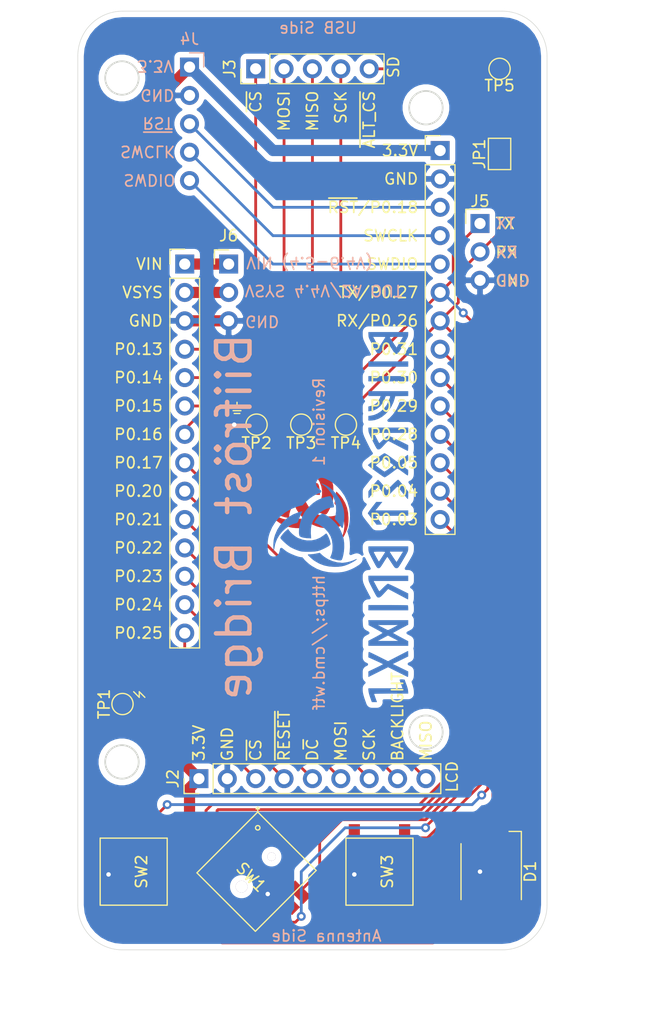
<source format=kicad_pcb>
(kicad_pcb (version 20171130) (host pcbnew "(5.1.6)-1")
  (title_block (title "Biifröst Bridge") (date 2020-08-19) (rev 1) (company cmd.wtf))
  (layers (0 F.Cu signal) (31 B.Cu signal) (34 B.Paste user) (35 F.Paste user) (36 B.SilkS user) (37 F.SilkS user) (38 B.Mask user) (39 F.Mask user) (44 Edge.Cuts user))
  (net 0 "")
  (net 1 "Net-(D1-Pad6)")
  (net 2 "Net-(D1-Pad5)")
  (net 3 +3V3)
  (net 4 GND)
  (net 5 /RX)
  (net 6 /TX)
  (net 7 /SD_SCK)
  (net 8 /LCD_BACKLIGHT)
  (net 9 /SD_MOSI)
  (net 10 /LCD_MOSI)
  (net 11 /LCD_MISO)
  (net 12 /SD_MISO)
  (net 13 /LCD_SCK)
  (net 14 /INPUT_DOWN)
  (net 15 "Net-(J1-Pad17)")
  (net 16 "Net-(J1-Pad19)")
  (net 17 "Net-(J1-Pad18)")
  (net 18 "Net-(J1-Pad22)")
  (net 19 /INPUT_SELECT)
  (net 20 /INPUT_RIGHT)
  (net 21 "Net-(J1-Pad23)")
  (net 22 /INPUT_UP)
  (net 23 /INPUT_LEFT)
  (net 24 /LCD_D~C~)
  (net 25 /~LCD_CS~)
  (net 26 /~LCD_RST~)
  (net 27 /~SD_CS~)
  (net 28 /~ALT_CS~)
  (net 29 /VIN)
  (net 30 /VSYS)
  (module Connector_PinHeader_2.54mm:PinHeader_1x03_P2.54mm_Horizontal (layer F.Cu) (at 13.5 22.63)
    (fp_text reference J6 (at 0 -2.54 180) (layer F.SilkS))
    (fp_text value "OPT PWR *DNP*")
    (pad 3 thru_hole oval (at 0 5.08) (size 1.7 1.7) (drill 1) (layers *.Cu *.Mask) (net 4 GND))
    (pad 2 thru_hole oval (at 0 2.54) (size 1.7 1.7) (drill 1) (layers *.Cu *.Mask) (net 30 /VSYS))
    (pad 1 thru_hole rect (at 0 0) (size 1.7 1.7) (drill 1) (layers *.Cu *.Mask) (net 29 /VIN))
  )
  (module Connector_PinHeader_2.54mm:PinHeader_1x03_P2.54mm_Horizontal (layer F.Cu) (at 36 19)
    (fp_text reference J5 (at 0 -2 180) (layer F.SilkS))
    (fp_text value "DEBUG UART *DNP*")
    (pad 3 thru_hole oval (at 0 5.08) (size 1.7 1.7) (drill 1) (layers *.Cu *.Mask) (net 4 GND))
    (pad 2 thru_hole oval (at 0 2.54) (size 1.7 1.7) (drill 1) (layers *.Cu *.Mask) (net 5 /RX))
    (pad 1 thru_hole rect (at 0 0) (size 1.7 1.7) (drill 1) (layers *.Cu *.Mask) (net 6 /TX))
  )
  (module Connector_PinHeader_2.54mm:PinHeader_1x05_P2.54mm_Horizontal (layer B.Cu) (at 10 5 180)
    (fp_text reference J4 (at 0 2.5) (layer B.SilkS) (effects (justify mirror)))
    (fp_text value CMSIS-DAP)
    (pad 5 thru_hole oval (at 0 -10.16 180) (size 1.7 1.7) (drill 1) (layers *.Cu *.Mask) (net 16 "Net-(J1-Pad19)"))
    (pad 4 thru_hole oval (at 0 -7.62 180) (size 1.7 1.7) (drill 1) (layers *.Cu *.Mask) (net 17 "Net-(J1-Pad18)"))
    (pad 3 thru_hole oval (at 0 -5.08 180) (size 1.7 1.7) (drill 1) (layers *.Cu *.Mask) (net 15 "Net-(J1-Pad17)"))
    (pad 2 thru_hole oval (at 0 -2.54 180) (size 1.7 1.7) (drill 1) (layers *.Cu *.Mask) (net 4 GND))
    (pad 1 thru_hole rect (at 0 0 180) (size 1.7 1.7) (drill 1) (layers *.Cu *.Mask) (net 3 +3V3))
  )
  (module Biifröst:Horn_of_Odin (layer F.Cu) (at 21 44)
    (fp_text reference Ref** hide)
    (fp_text value Val** hide)
    (fp_poly (pts (xy 1.43138 -4.080528) (xy 1.623659 -4.07529) (xy 1.745219 -4.069247) (xy 1.793811 -4.059932) (xy 1.767187 -4.044879) (xy 1.663098 -4.021623) (xy 1.479296 -3.987698) (xy 1.321167 -3.959667) (xy 1.163249 -3.919424) (xy 0.966147 -3.851763) (xy 0.765315 -3.769236) (xy 0.707333 -3.742352) (xy 0.382032 -3.550184) (xy 0.076911 -3.30127) (xy -0.195244 -3.010941) (xy -0.421643 -2.694527) (xy -0.589498 -2.36736) (xy -0.679163 -2.080171) (xy -0.702419 -1.991533) (xy -0.740256 -1.933174) (xy -0.812975 -1.88821) (xy -0.940875 -1.839758) (xy -0.987161 -1.824003) (xy -1.172734 -1.755206) (xy -1.365271 -1.674391) (xy -1.48201 -1.619389) (xy -1.623623 -1.549432) (xy -1.705424 -1.51505) (xy -1.741821 -1.511079) (xy -1.748 -1.524041) (xy -1.736513 -1.569757) (xy -1.706254 -1.674555) (xy -1.663531 -1.816648) (xy -1.659157 -1.830957) (xy -1.469776 -2.310617) (xy -1.211622 -2.747511) (xy -0.89152 -3.135098) (xy -0.516296 -3.466834) (xy -0.092776 -3.736178) (xy 0.372216 -3.936587) (xy 0.611113 -4.00713) (xy 0.812027 -4.050478) (xy 1.010415 -4.074779) (xy 1.238337 -4.082901) (xy 1.43138 -4.080528)) (layer F.Cu) (width 0.01))
    (fp_poly (pts (xy 0.694079 -3.423494) (xy 0.79382 -3.339254) (xy 0.919708 -3.215861) (xy 1.058925 -3.067232) (xy 1.198651 -2.90728) (xy 1.326067 -2.749921) (xy 1.428354 -2.609071) (xy 1.463629 -2.553333) (xy 1.545813 -2.397312) (xy 1.636989 -2.197713) (xy 1.720467 -1.991636) (xy 1.738796 -1.941725) (xy 1.790454 -1.792903) (xy 1.826603 -1.669741) (xy 1.849976 -1.551396) (xy 1.863307 -1.417025) (xy 1.86933 -1.245785) (xy 1.870779 -1.016832) (xy 1.870733 -0.935833) (xy 1.865861 -0.618295) (xy 1.848838 -0.362093) (xy 1.814764 -0.144205) (xy 1.758739 0.058387) (xy 1.675863 0.268704) (xy 1.564368 0.5035) (xy 1.443595 0.734436) (xy 1.346563 0.893687) (xy 1.267642 0.988978) (xy 1.201202 1.028031) (xy 1.180701 1.029881) (xy 1.101357 1.017709) (xy 0.974215 0.989455) (xy 0.881096 0.965674) (xy 0.737676 0.918855) (xy 0.582593 0.855468) (xy 0.436192 0.785591) (xy 0.318815 0.7193) (xy 0.250806 0.666671) (xy 0.241667 0.648944) (xy 0.266784 0.601509) (xy 0.331525 0.512541) (xy 0.393179 0.435995) (xy 0.622149 0.098225) (xy 0.77822 -0.27298) (xy 0.860339 -0.666258) (xy 0.867453 -1.070245) (xy 0.798507 -1.473581) (xy 0.652448 -1.864902) (xy 0.613635 -1.941203) (xy 0.469486 -2.16646) (xy 0.283391 -2.393358) (xy 0.0827 -2.590565) (xy -0.031808 -2.680534) (xy -0.157115 -2.76808) (xy -0.000359 -2.959379) (xy 0.11651 -3.086028) (xy 0.255681 -3.213465) (xy 0.398265 -3.32693) (xy 0.525374 -3.411657) (xy 0.618122 -3.452885) (xy 0.633305 -3.454667) (xy 0.694079 -3.423494)) (layer F.Cu) (width 0.01))
    (fp_poly (pts (xy 0.262777 -1.784339) (xy 0.39576 -1.763611) (xy 0.472824 -1.730997) (xy 0.522372 -1.666974) (xy 0.561784 -1.578815) (xy 0.599973 -1.448696) (xy 0.632753 -1.270031) (xy 0.653667 -1.078936) (xy 0.65506 -1.0571) (xy 0.675108 -0.712701) (xy 0.213234 -0.734593) (xy -0.204001 -0.728694) (xy -0.569747 -0.664969) (xy -0.898959 -0.538069) (xy -1.206588 -0.342647) (xy -1.435075 -0.145081) (xy -1.64972 0.098079) (xy -1.832386 0.377205) (xy -1.972826 0.671325) (xy -2.060794 0.959466) (xy -2.086667 1.188517) (xy -2.094845 1.284554) (xy -2.133653 1.321711) (xy -2.203083 1.325984) (xy -2.30675 1.312529) (xy -2.454202 1.28086) (xy -2.5735 1.249133) (xy -2.737103 1.196012) (xy -2.890269 1.137157) (xy -2.969393 1.100667) (xy -3.056282 1.049022) (xy -3.09271 0.995384) (xy -3.092716 0.907394) (xy -3.083159 0.838473) (xy -3.023482 0.574428) (xy -2.923613 0.276997) (xy -2.795958 -0.02086) (xy -2.671116 -0.256104) (xy -2.493437 -0.511417) (xy -2.265115 -0.77524) (xy -2.010374 -1.022992) (xy -1.753438 -1.23009) (xy -1.632029 -1.310523) (xy -1.307617 -1.47851) (xy -0.947002 -1.616578) (xy -0.572733 -1.719089) (xy -0.207362 -1.780402) (xy 0.126561 -1.794881) (xy 0.262777 -1.784339)) (layer F.Cu) (width 0.01))
    (fp_poly (pts (xy -0.692223 -0.372981) (xy -0.689667 -0.352556) (xy -0.665932 -0.253815) (xy -0.602434 -0.107978) (xy -0.510727 0.064715) (xy -0.402371 0.24402) (xy -0.288921 0.409697) (xy -0.181935 0.541503) (xy -0.174937 0.548991) (xy 0.137519 0.830037) (xy 0.472499 1.032344) (xy 0.839247 1.159834) (xy 1.247007 1.216434) (xy 1.405833 1.220211) (xy 1.666306 1.211361) (xy 1.883915 1.18141) (xy 2.095556 1.122466) (xy 2.338121 1.026637) (xy 2.364519 1.015151) (xy 2.407547 1.013141) (xy 2.447053 1.058239) (xy 2.492261 1.164286) (xy 2.522392 1.252075) (xy 2.575569 1.439371) (xy 2.619355 1.639222) (xy 2.637941 1.758581) (xy 2.648787 1.877413) (xy 2.641146 1.962059) (xy 2.602609 2.022883) (xy 2.520763 2.07025) (xy 2.383199 2.114524) (xy 2.177505 2.166072) (xy 2.138948 2.175327) (xy 1.80588 2.231761) (xy 1.437672 2.255274) (xy 1.070975 2.245302) (xy 0.742438 2.20128) (xy 0.722798 2.197123) (xy 0.341033 2.085963) (xy -0.04838 1.92188) (xy -0.296548 1.788512) (xy -0.542244 1.615429) (xy -0.793742 1.390371) (xy -1.034221 1.132601) (xy -1.24686 0.861386) (xy -1.414837 0.595991) (xy -1.503901 0.405767) (xy -1.528941 0.319059) (xy -1.518258 0.248845) (xy -1.462962 0.16255) (xy -1.424154 0.113499) (xy -1.3419 0.028775) (xy -1.221332 -0.075528) (xy -1.081602 -0.185182) (xy -0.94186 -0.285959) (xy -0.821258 -0.36363) (xy -0.738947 -0.403967) (xy -0.724024 -0.406666) (xy -0.692223 -0.372981)) (layer F.Cu) (width 0.01))
    (fp_poly (pts (xy -4.20117 0.257614) (xy -4.136852 0.333755) (xy -4.081893 0.410753) (xy -3.906984 0.625161) (xy -3.680217 0.846196) (xy -3.428904 1.050475) (xy -3.180358 1.214618) (xy -3.082209 1.266522) (xy -2.655313 1.430394) (xy -2.215058 1.5214) (xy -1.776443 1.537761) (xy -1.354466 1.477698) (xy -1.337341 1.47348) (xy -1.06944 1.406293) (xy -0.833153 1.622245) (xy -0.685508 1.748397) (xy -0.530259 1.86731) (xy -0.407632 1.949097) (xy -0.307843 2.016789) (xy -0.254404 2.07177) (xy -0.252948 2.093377) (xy -0.326214 2.12812) (xy -0.464039 2.163978) (xy -0.646417 2.197862) (xy -0.853346 2.226684) (xy -1.06482 2.247353) (xy -1.260836 2.256781) (xy -1.312299 2.256968) (xy -1.523037 2.248375) (xy -1.73965 2.228739) (xy -1.920382 2.202014) (xy -1.944202 2.197123) (xy -2.42583 2.053979) (xy -2.867367 1.840805) (xy -3.277486 1.552786) (xy -3.54771 1.30687) (xy -3.761696 1.077365) (xy -3.926239 0.860987) (xy -4.064434 0.627202) (xy -4.070435 0.615722) (xy -4.160941 0.43357) (xy -4.213025 0.31091) (xy -4.226498 0.251128) (xy -4.20117 0.257614)) (layer F.Cu) (width 0.01))
    (fp_poly (pts (xy 2.188939 -0.968638) (xy 2.277289 -0.887379) (xy 2.387789 -0.771793) (xy 2.505507 -0.638118) (xy 2.615509 -0.502591) (xy 2.694913 -0.393435) (xy 2.931983 0.018527) (xy 3.095962 0.445124) (xy 3.191356 0.901604) (xy 3.222644 1.3925) (xy 3.213111 1.74173) (xy 3.177286 2.03972) (xy 3.108682 2.31755) (xy 3.00081 2.606298) (xy 2.941242 2.740459) (xy 2.869073 2.885438) (xy 2.785828 3.034937) (xy 2.700965 3.174408) (xy 2.623943 3.289303) (xy 2.564221 3.365073) (xy 2.531258 3.38717) (xy 2.527667 3.376564) (xy 2.544283 3.314868) (xy 2.587384 3.203431) (xy 2.63496 3.094539) (xy 2.736579 2.820454) (xy 2.814343 2.508824) (xy 2.85879 2.202202) (xy 2.865598 2.057465) (xy 2.828897 1.642916) (xy 2.721721 1.225396) (xy 2.552458 0.826981) (xy 2.329495 0.469746) (xy 2.204853 0.318268) (xy 1.973224 0.062309) (xy 2.038779 -0.255061) (xy 2.07203 -0.445738) (xy 2.09562 -0.637699) (xy 2.104333 -0.785882) (xy 2.110285 -0.907228) (xy 2.125515 -0.984554) (xy 2.137675 -0.999333) (xy 2.188939 -0.968638)) (layer F.Cu) (width 0.01))
  )
  (module Biifröst:Logo (layer B.Cu) (at 21.59 46.5 270)
    (fp_text reference Ref** hide)
    (fp_text value Val** hide)
    (fp_poly (pts (xy 2.188939 0.968638) (xy 2.277289 0.887379) (xy 2.387789 0.771793) (xy 2.505507 0.638118) (xy 2.615509 0.502591) (xy 2.694913 0.393435) (xy 2.931983 -0.018527) (xy 3.095962 -0.445124) (xy 3.191356 -0.901604) (xy 3.222644 -1.3925) (xy 3.213111 -1.74173) (xy 3.177286 -2.03972) (xy 3.108682 -2.31755) (xy 3.00081 -2.606298) (xy 2.941242 -2.740459) (xy 2.869073 -2.885438) (xy 2.785828 -3.034937) (xy 2.700965 -3.174408) (xy 2.623943 -3.289303) (xy 2.564221 -3.365073) (xy 2.531258 -3.38717) (xy 2.527667 -3.376564) (xy 2.544283 -3.314868) (xy 2.587384 -3.203431) (xy 2.63496 -3.094539) (xy 2.736579 -2.820454) (xy 2.814343 -2.508824) (xy 2.85879 -2.202202) (xy 2.865598 -2.057465) (xy 2.828897 -1.642916) (xy 2.721721 -1.225396) (xy 2.552458 -0.826981) (xy 2.329495 -0.469746) (xy 2.204853 -0.318268) (xy 1.973224 -0.062309) (xy 2.038779 0.255061) (xy 2.07203 0.445738) (xy 2.09562 0.637699) (xy 2.104333 0.785882) (xy 2.110285 0.907228) (xy 2.125515 0.984554) (xy 2.137675 0.999333) (xy 2.188939 0.968638)) (layer B.Cu) (width 0.01))
    (fp_poly (pts (xy -4.20117 -0.257614) (xy -4.136852 -0.333755) (xy -4.081893 -0.410753) (xy -3.906984 -0.625161) (xy -3.680217 -0.846196) (xy -3.428904 -1.050475) (xy -3.180358 -1.214618) (xy -3.082209 -1.266522) (xy -2.655313 -1.430394) (xy -2.215058 -1.5214) (xy -1.776443 -1.537761) (xy -1.354466 -1.477698) (xy -1.337341 -1.47348) (xy -1.06944 -1.406293) (xy -0.833153 -1.622245) (xy -0.685508 -1.748397) (xy -0.530259 -1.86731) (xy -0.407632 -1.949097) (xy -0.307843 -2.016789) (xy -0.254404 -2.07177) (xy -0.252948 -2.093377) (xy -0.326214 -2.12812) (xy -0.464039 -2.163978) (xy -0.646417 -2.197862) (xy -0.853346 -2.226684) (xy -1.06482 -2.247353) (xy -1.260836 -2.256781) (xy -1.312299 -2.256968) (xy -1.523037 -2.248375) (xy -1.73965 -2.228739) (xy -1.920382 -2.202014) (xy -1.944202 -2.197123) (xy -2.42583 -2.053979) (xy -2.867367 -1.840805) (xy -3.277486 -1.552786) (xy -3.54771 -1.30687) (xy -3.761696 -1.077365) (xy -3.926239 -0.860987) (xy -4.064434 -0.627202) (xy -4.070435 -0.615722) (xy -4.160941 -0.43357) (xy -4.213025 -0.31091) (xy -4.226498 -0.251128) (xy -4.20117 -0.257614)) (layer B.Cu) (width 0.01))
    (fp_poly (pts (xy -0.692223 0.372981) (xy -0.689667 0.352556) (xy -0.665932 0.253815) (xy -0.602434 0.107978) (xy -0.510727 -0.064715) (xy -0.402371 -0.24402) (xy -0.288921 -0.409697) (xy -0.181935 -0.541503) (xy -0.174937 -0.548991) (xy 0.137519 -0.830037) (xy 0.472499 -1.032344) (xy 0.839247 -1.159834) (xy 1.247007 -1.216434) (xy 1.405833 -1.220211) (xy 1.666306 -1.211361) (xy 1.883915 -1.18141) (xy 2.095556 -1.122466) (xy 2.338121 -1.026637) (xy 2.364519 -1.015151) (xy 2.407547 -1.013141) (xy 2.447053 -1.058239) (xy 2.492261 -1.164286) (xy 2.522392 -1.252075) (xy 2.575569 -1.439371) (xy 2.619355 -1.639222) (xy 2.637941 -1.758581) (xy 2.648787 -1.877413) (xy 2.641146 -1.962059) (xy 2.602609 -2.022883) (xy 2.520763 -2.07025) (xy 2.383199 -2.114524) (xy 2.177505 -2.166072) (xy 2.138948 -2.175327) (xy 1.80588 -2.231761) (xy 1.437672 -2.255274) (xy 1.070975 -2.245302) (xy 0.742438 -2.20128) (xy 0.722798 -2.197123) (xy 0.341033 -2.085963) (xy -0.04838 -1.92188) (xy -0.296548 -1.788512) (xy -0.542244 -1.615429) (xy -0.793742 -1.390371) (xy -1.034221 -1.132601) (xy -1.24686 -0.861386) (xy -1.414837 -0.595991) (xy -1.503901 -0.405767) (xy -1.528941 -0.319059) (xy -1.518258 -0.248845) (xy -1.462962 -0.16255) (xy -1.424154 -0.113499) (xy -1.3419 -0.028775) (xy -1.221332 0.075528) (xy -1.081602 0.185182) (xy -0.94186 0.285959) (xy -0.821258 0.36363) (xy -0.738947 0.403967) (xy -0.724024 0.406666) (xy -0.692223 0.372981)) (layer B.Cu) (width 0.01))
    (fp_poly (pts (xy 0.262777 1.784339) (xy 0.39576 1.763611) (xy 0.472824 1.730997) (xy 0.522372 1.666974) (xy 0.561784 1.578815) (xy 0.599973 1.448696) (xy 0.632753 1.270031) (xy 0.653667 1.078936) (xy 0.65506 1.0571) (xy 0.675108 0.712701) (xy 0.213234 0.734593) (xy -0.204001 0.728694) (xy -0.569747 0.664969) (xy -0.898959 0.538069) (xy -1.206588 0.342647) (xy -1.435075 0.145081) (xy -1.64972 -0.098079) (xy -1.832386 -0.377205) (xy -1.972826 -0.671325) (xy -2.060794 -0.959466) (xy -2.086667 -1.188517) (xy -2.094845 -1.284554) (xy -2.133653 -1.321711) (xy -2.203083 -1.325984) (xy -2.30675 -1.312529) (xy -2.454202 -1.28086) (xy -2.5735 -1.249133) (xy -2.737103 -1.196012) (xy -2.890269 -1.137157) (xy -2.969393 -1.100667) (xy -3.056282 -1.049022) (xy -3.09271 -0.995384) (xy -3.092716 -0.907394) (xy -3.083159 -0.838473) (xy -3.023482 -0.574428) (xy -2.923613 -0.276997) (xy -2.795958 0.02086) (xy -2.671116 0.256104) (xy -2.493437 0.511417) (xy -2.265115 0.77524) (xy -2.010374 1.022992) (xy -1.753438 1.23009) (xy -1.632029 1.310523) (xy -1.307617 1.47851) (xy -0.947002 1.616578) (xy -0.572733 1.719089) (xy -0.207362 1.780402) (xy 0.126561 1.794881) (xy 0.262777 1.784339)) (layer B.Cu) (width 0.01))
    (fp_poly (pts (xy 0.694079 3.423494) (xy 0.79382 3.339254) (xy 0.919708 3.215861) (xy 1.058925 3.067232) (xy 1.198651 2.90728) (xy 1.326067 2.749921) (xy 1.428354 2.609071) (xy 1.463629 2.553333) (xy 1.545813 2.397312) (xy 1.636989 2.197713) (xy 1.720467 1.991636) (xy 1.738796 1.941725) (xy 1.790454 1.792903) (xy 1.826603 1.669741) (xy 1.849976 1.551396) (xy 1.863307 1.417025) (xy 1.86933 1.245785) (xy 1.870779 1.016832) (xy 1.870733 0.935833) (xy 1.865861 0.618295) (xy 1.848838 0.362093) (xy 1.814764 0.144205) (xy 1.758739 -0.058387) (xy 1.675863 -0.268704) (xy 1.564368 -0.5035) (xy 1.443595 -0.734436) (xy 1.346563 -0.893687) (xy 1.267642 -0.988978) (xy 1.201202 -1.028031) (xy 1.180701 -1.029881) (xy 1.101357 -1.017709) (xy 0.974215 -0.989455) (xy 0.881096 -0.965674) (xy 0.737676 -0.918855) (xy 0.582593 -0.855468) (xy 0.436192 -0.785591) (xy 0.318815 -0.7193) (xy 0.250806 -0.666671) (xy 0.241667 -0.648944) (xy 0.266784 -0.601509) (xy 0.331525 -0.512541) (xy 0.393179 -0.435995) (xy 0.622149 -0.098225) (xy 0.77822 0.27298) (xy 0.860339 0.666258) (xy 0.867453 1.070245) (xy 0.798507 1.473581) (xy 0.652448 1.864902) (xy 0.613635 1.941203) (xy 0.469486 2.16646) (xy 0.283391 2.393358) (xy 0.0827 2.590565) (xy -0.031808 2.680534) (xy -0.157115 2.76808) (xy -0.000359 2.959379) (xy 0.11651 3.086028) (xy 0.255681 3.213465) (xy 0.398265 3.32693) (xy 0.525374 3.411657) (xy 0.618122 3.452885) (xy 0.633305 3.454667) (xy 0.694079 3.423494)) (layer B.Cu) (width 0.01))
    (fp_poly (pts (xy 1.43138 4.080528) (xy 1.623659 4.07529) (xy 1.745219 4.069247) (xy 1.793811 4.059932) (xy 1.767187 4.044879) (xy 1.663098 4.021623) (xy 1.479296 3.987698) (xy 1.321167 3.959667) (xy 1.163249 3.919424) (xy 0.966147 3.851763) (xy 0.765315 3.769236) (xy 0.707333 3.742352) (xy 0.382032 3.550184) (xy 0.076911 3.30127) (xy -0.195244 3.010941) (xy -0.421643 2.694527) (xy -0.589498 2.36736) (xy -0.679163 2.080171) (xy -0.702419 1.991533) (xy -0.740256 1.933174) (xy -0.812975 1.88821) (xy -0.940875 1.839758) (xy -0.987161 1.824003) (xy -1.172734 1.755206) (xy -1.365271 1.674391) (xy -1.48201 1.619389) (xy -1.623623 1.549432) (xy -1.705424 1.51505) (xy -1.741821 1.511079) (xy -1.748 1.524041) (xy -1.736513 1.569757) (xy -1.706254 1.674555) (xy -1.663531 1.816648) (xy -1.659157 1.830957) (xy -1.469776 2.310617) (xy -1.211622 2.747511) (xy -0.89152 3.135098) (xy -0.516296 3.466834) (xy -0.092776 3.736178) (xy 0.372216 3.936587) (xy 0.611113 4.00713) (xy 0.812027 4.050478) (xy 1.010415 4.074779) (xy 1.238337 4.082901) (xy 1.43138 4.080528)) (layer B.Cu) (width 0.01))
  )
  (module Biifröst:Wordmark (layer B.Cu) (at 28 45.25 270)
    (fp_text reference Ref** hide)
    (fp_text value Val** hide)
    (fp_poly (pts (xy -16.28825 1.984638) (xy -16.196524 1.981025) (xy -16.110344 1.96816) (xy -16.015935 1.940525) (xy -15.899521 1.8926) (xy -15.747327 1.818868) (xy -15.545576 1.71381) (xy -15.346333 1.607313) (xy -15.102003 1.475509) (xy -14.922257 1.376028) (xy -14.796935 1.301426) (xy -14.715873 1.244258) (xy -14.668912 1.19708) (xy -14.645888 1.152448) (xy -14.636641 1.102918) (xy -14.635057 1.086251) (xy -14.632389 1.026437) (xy -14.643675 0.976915) (xy -14.679857 0.927283) (xy -14.751875 0.867135) (xy -14.870671 0.786067) (xy -15.047186 0.673675) (xy -15.111307 0.633377) (xy -15.289779 0.518937) (xy -15.439077 0.418708) (xy -15.546067 0.341851) (xy -15.597621 0.297526) (xy -15.600333 0.292239) (xy -15.566604 0.258402) (xy -15.473919 0.188601) (xy -15.33503 0.091884) (xy -15.16269 -0.022699) (xy -15.092333 -0.068239) (xy -14.891735 -0.198384) (xy -14.752101 -0.293748) (xy -14.662489 -0.364243) (xy -14.611954 -0.41978) (xy -14.589552 -0.470272) (xy -14.584339 -0.525631) (xy -14.584333 -0.52835) (xy -14.58744 -0.574688) (xy -14.602888 -0.617185) (xy -14.63987 -0.662888) (xy -14.707576 -0.718843) (xy -14.815199 -0.792096) (xy -14.971931 -0.889694) (xy -15.186963 -1.018683) (xy -15.350489 -1.115673) (xy -15.610738 -1.268827) (xy -15.810599 -1.383333) (xy -15.961917 -1.464711) (xy -16.076537 -1.518479) (xy -16.166306 -1.550158) (xy -16.243067 -1.565265) (xy -16.318667 -1.569321) (xy -16.324155 -1.569334) (xy -16.531667 -1.569334) (xy -16.531667 -0.51249) (xy -16.108333 -0.51249) (xy -16.108333 -1.106646) (xy -16.015423 -1.056921) (xy -15.940934 -1.014601) (xy -15.814187 -0.940148) (xy -15.655261 -0.845424) (xy -15.539173 -0.775557) (xy -15.380705 -0.679481) (xy -15.251736 -0.600687) (xy -15.167833 -0.548722) (xy -15.143762 -0.533027) (xy -15.171921 -0.507646) (xy -15.255955 -0.44747) (xy -15.380094 -0.36282) (xy -15.52857 -0.264016) (xy -15.685613 -0.161379) (xy -15.835452 -0.06523) (xy -15.962317 0.014111) (xy -16.05044 0.066323) (xy -16.083014 0.081666) (xy -16.092103 0.041856) (xy -16.099746 -0.067489) (xy -16.105298 -0.231243) (xy -16.108113 -0.434278) (xy -16.108333 -0.51249) (xy -16.531667 -0.51249) (xy -16.531667 1.015965) (xy -16.108333 1.015965) (xy -16.106992 0.810649) (xy -16.103321 0.639823) (xy -16.097849 0.519164) (xy -16.091106 0.464349) (xy -16.089647 0.462666) (xy -16.049055 0.484342) (xy -15.951622 0.543548) (xy -15.811418 0.631553) (xy -15.642512 0.739624) (xy -15.62085 0.753612) (xy -15.170738 1.044558) (xy -15.311453 1.128582) (xy -15.414899 1.188319) (xy -15.564969 1.272529) (xy -15.733724 1.365574) (xy -15.78025 1.390935) (xy -16.108333 1.569264) (xy -16.108333 1.015965) (xy -16.531667 1.015965) (xy -16.531667 1.986666) (xy -16.28825 1.984638)) (layer B.Cu) (width 0.01))
    (fp_poly (pts (xy -13.441333 -1.569334) (xy -13.907 -1.569334) (xy -13.907 1.986666) (xy -13.441333 1.986666) (xy -13.441333 -1.569334)) (layer B.Cu) (width 0.01))
    (fp_poly (pts (xy -12.129 -1.569334) (xy -12.594667 -1.569334) (xy -12.594667 1.986666) (xy -12.129 1.986666) (xy -12.129 -1.569334)) (layer B.Cu) (width 0.01))
    (fp_poly (pts (xy -10.816667 0.889756) (xy -10.644537 0.950487) (xy -10.37022 1.089318) (xy -10.151018 1.288939) (xy -9.994495 1.540889) (xy -9.923267 1.75696) (xy -9.871861 1.986666) (xy -9.450155 1.986666) (xy -9.473586 1.759646) (xy -9.545315 1.462591) (xy -9.691447 1.183244) (xy -9.901999 0.932388) (xy -10.166992 0.720804) (xy -10.476444 0.559277) (xy -10.63675 0.503016) (xy -10.744487 0.467022) (xy -10.797377 0.424979) (xy -10.814938 0.348817) (xy -10.816667 0.244299) (xy -10.809174 0.125766) (xy -10.790077 0.05175) (xy -10.776259 0.039333) (xy -10.689284 0.057289) (xy -10.550747 0.104613) (xy -10.384141 0.171489) (xy -10.212957 0.248102) (xy -10.060688 0.324637) (xy -9.978022 0.372852) (xy -9.69065 0.596595) (xy -9.442959 0.867219) (xy -9.246234 1.167987) (xy -9.111761 1.482161) (xy -9.055531 1.740942) (xy -9.027731 1.986666) (xy -8.615333 1.986666) (xy -8.615333 1.779459) (xy -8.656284 1.43249) (xy -8.773809 1.090232) (xy -8.959918 0.76154) (xy -9.206618 0.455266) (xy -9.50592 0.180267) (xy -9.849832 -0.054605) (xy -10.230363 -0.240494) (xy -10.528854 -0.340771) (xy -10.7955 -0.413706) (xy -10.819056 -1.569334) (xy -11.24 -1.569334) (xy -11.24 1.986666) (xy -10.816667 1.986666) (xy -10.816667 0.889756)) (layer B.Cu) (width 0.01))
    (fp_poly (pts (xy -7.684627 1.982009) (xy -7.595115 1.964739) (xy -7.487046 1.929908) (xy -7.347783 1.872567) (xy -7.164687 1.787767) (xy -6.92512 1.670562) (xy -6.794555 1.605443) (xy -6.536648 1.476) (xy -6.344733 1.377715) (xy -6.209057 1.303911) (xy -6.11987 1.24791) (xy -6.06742 1.203036) (xy -6.041957 1.162611) (xy -6.033728 1.119958) (xy -6.033 1.08396) (xy -6.040178 1.017232) (xy -6.068632 0.950866) (xy -6.12874 0.871522) (xy -6.230883 0.765861) (xy -6.385438 0.620545) (xy -6.414 0.594304) (xy -6.560534 0.457448) (xy -6.680951 0.340269) (xy -6.763128 0.2549) (xy -6.794946 0.213478) (xy -6.795 0.212888) (xy -6.775924 0.167789) (xy -6.722489 0.059194) (xy -6.640385 -0.101797) (xy -6.535302 -0.304086) (xy -6.412931 -0.536572) (xy -6.3505 -0.654173) (xy -6.221818 -0.897639) (xy -6.107754 -1.116742) (xy -6.014015 -1.300253) (xy -5.946304 -1.436939) (xy -5.910325 -1.515571) (xy -5.906 -1.529274) (xy -5.944453 -1.550408) (xy -6.044395 -1.564924) (xy -6.159798 -1.569334) (xy -6.413597 -1.569334) (xy -6.837132 -0.72307) (xy -6.960408 -0.472634) (xy -7.069564 -0.242997) (xy -7.159071 -0.046444) (xy -7.223401 0.104742) (xy -7.257025 0.198275) (xy -7.260667 0.217962) (xy -7.227319 0.300147) (xy -7.128688 0.43086) (xy -6.966896 0.607391) (xy -6.913645 0.661566) (xy -6.779271 0.799443) (xy -6.672475 0.914417) (xy -6.604327 0.994185) (xy -6.585561 1.026242) (xy -6.628417 1.050769) (xy -6.731241 1.105935) (xy -6.878727 1.183618) (xy -7.05557 1.275696) (xy -7.059583 1.277775) (xy -7.514667 1.513466) (xy -7.514667 -1.569334) (xy -7.980333 -1.569334) (xy -7.980333 1.986666) (xy -7.768221 1.986666) (xy -7.684627 1.982009)) (layer B.Cu) (width 0.01))
    (fp_poly (pts (xy -4.587976 1.995291) (xy -4.51078 1.906) (xy -4.403412 1.771543) (xy -4.274847 1.60417) (xy -4.134062 1.416129) (xy -3.990032 1.219666) (xy -3.851733 1.027031) (xy -3.728141 0.85047) (xy -3.628232 0.702231) (xy -3.560981 0.594563) (xy -3.535366 0.539714) (xy -3.535333 0.538888) (xy -3.559844 0.477988) (xy -3.627234 0.364554) (xy -3.728289 0.212798) (xy -3.853794 0.03693) (xy -3.908395 -0.036477) (xy -4.04304 -0.216089) (xy -4.1605 -0.374109) (xy -4.250807 -0.497024) (xy -4.303992 -0.571322) (xy -4.312632 -0.584392) (xy -4.301064 -0.640456) (xy -4.239501 -0.751981) (xy -4.13322 -0.91029) (xy -4.024238 -1.058599) (xy -3.902352 -1.222918) (xy -3.801892 -1.364776) (xy -3.732751 -1.469735) (xy -3.704824 -1.523353) (xy -3.704667 -1.524958) (xy -3.743769 -1.550078) (xy -3.848702 -1.565106) (xy -3.948083 -1.567891) (xy -4.1915 -1.566448) (xy -4.406014 -1.273897) (xy -4.620527 -0.981346) (xy -5.060545 -1.569334) (xy -5.316438 -1.569334) (xy -5.460978 -1.564936) (xy -5.532808 -1.54992) (xy -5.543515 -1.521555) (xy -5.540828 -1.516417) (xy -5.504155 -1.463469) (xy -5.427474 -1.358237) (xy -5.321948 -1.215887) (xy -5.198741 -1.051586) (xy -5.196872 -1.049107) (xy -4.884417 -0.634713) (xy -5.289375 -0.084948) (xy -5.427016 0.106947) (xy -5.544596 0.28048) (xy -5.633462 0.422105) (xy -5.684963 0.518278) (xy -5.693828 0.547333) (xy -5.230259 0.547333) (xy -4.927972 0.145166) (xy -4.809627 -0.011019) (xy -4.710917 -0.138912) (xy -4.642159 -0.225307) (xy -4.613678 -0.257) (xy -4.585487 -0.225007) (xy -4.518124 -0.138197) (xy -4.422082 -0.010326) (xy -4.322503 0.12479) (xy -4.210255 0.282039) (xy -4.119563 0.416205) (xy -4.060691 0.511635) (xy -4.043333 0.550622) (xy -4.066884 0.596436) (xy -4.129358 0.692499) (xy -4.218492 0.821622) (xy -4.322018 0.966615) (xy -4.427673 1.110289) (xy -4.523191 1.235453) (xy -4.593587 1.321805) (xy -4.628582 1.303272) (xy -4.702411 1.228043) (xy -4.804339 1.108061) (xy -4.923632 0.95527) (xy -4.926552 0.951389) (xy -5.230259 0.547333) (xy -5.693828 0.547333) (xy -5.694333 0.548987) (xy -5.67047 0.602497) (xy -5.604889 0.709594) (xy -5.506605 0.857807) (xy -5.384631 1.034663) (xy -5.247982 1.22769) (xy -5.105671 1.424414) (xy -4.966713 1.612364) (xy -4.840121 1.779068) (xy -4.734909 1.912053) (xy -4.660093 1.998846) (xy -4.626024 2.027171) (xy -4.587976 1.995291)) (layer B.Cu) (width 0.01))
    (fp_poly (pts (xy -1.830635 1.984236) (xy -1.721545 1.978912) (xy -1.67336 1.971156) (xy -1.672667 1.970038) (xy -1.703909 1.939231) (xy -1.790086 1.865182) (xy -1.919868 1.757354) (xy -2.08193 1.625209) (xy -2.180667 1.545635) (xy -2.355618 1.404286) (xy -2.504528 1.282228) (xy -2.616077 1.188881) (xy -2.678943 1.133665) (xy -2.688667 1.122959) (xy -2.657801 1.092131) (xy -2.573694 1.019068) (xy -2.449082 0.9146) (xy -2.296702 0.789553) (xy -2.291972 0.785709) (xy -2.132166 0.654115) (xy -1.99329 0.536539) (xy -1.890595 0.446105) (xy -1.840149 0.396936) (xy -1.826144 0.364574) (xy -1.837718 0.319852) (xy -1.882199 0.253281) (xy -1.966912 0.155373) (xy -2.099183 0.016639) (xy -2.25716 -0.143161) (xy -2.729297 -0.616834) (xy -2.160061 -1.061334) (xy -1.972931 -1.209168) (xy -1.811504 -1.339959) (xy -1.686725 -1.444573) (xy -1.609539 -1.513875) (xy -1.589413 -1.537584) (xy -1.627681 -1.55241) (xy -1.730545 -1.563539) (xy -1.877952 -1.569055) (xy -1.922168 -1.569334) (xy -2.256336 -1.569334) (xy -2.790001 -1.146267) (xy -2.970631 -0.999956) (xy -3.12511 -0.868886) (xy -3.242185 -0.763082) (xy -3.310606 -0.692571) (xy -3.323667 -0.670679) (xy -3.295141 -0.623952) (xy -3.216453 -0.529541) (xy -3.097939 -0.398995) (xy -2.949935 -0.243862) (xy -2.859296 -0.151829) (xy -2.394926 0.3145) (xy -2.85943 0.6955) (xy -3.025311 0.835653) (xy -3.163467 0.960216) (xy -3.262376 1.058185) (xy -3.31052 1.118557) (xy -3.313218 1.128912) (xy -3.277766 1.172214) (xy -3.187147 1.256879) (xy -3.053207 1.372528) (xy -2.887795 1.50878) (xy -2.7945 1.583359) (xy -2.2865 1.985394) (xy -1.979583 1.98603) (xy -1.830635 1.984236)) (layer B.Cu) (width 0.01))
    (fp_poly (pts (xy -0.269891 2.010974) (xy -0.171341 1.938847) (xy -0.032251 1.832988) (xy 0.134626 1.703019) (xy 0.210679 1.642965) (xy 0.698 1.256605) (xy 0.698 1.036025) (xy 0.693412 0.90637) (xy 0.681665 0.814685) (xy 0.672148 0.789593) (xy 0.63097 0.804039) (xy 0.53899 0.862941) (xy 0.410442 0.956538) (xy 0.280565 1.058088) (xy -0.085167 1.352435) (xy -0.096299 -0.108449) (xy -0.107431 -1.569334) (xy -0.572 -1.569334) (xy -0.572 1.361866) (xy -0.7625 1.208599) (xy -0.914194 1.086555) (xy -1.07828 0.95454) (xy -1.1435 0.902067) (xy -1.334 0.748801) (xy -1.334 1.288548) (xy -0.843829 1.669357) (xy -0.668234 1.803162) (xy -0.515097 1.914945) (xy -0.397188 1.99576) (xy -0.327276 2.036659) (xy -0.315149 2.039746) (xy -0.269891 2.010974)) (layer B.Cu) (width 0.01))
    (fp_poly (pts (xy 2.972493 1.983784) (xy 3.056885 1.971628) (xy 3.150457 1.944936) (xy 3.266468 1.898446) (xy 3.418176 1.826894) (xy 3.61884 1.725018) (xy 3.857689 1.600195) (xy 4.109681 1.467177) (xy 4.296344 1.366309) (xy 4.427466 1.290682) (xy 4.512835 1.233386) (xy 4.562242 1.187512) (xy 4.585475 1.146151) (xy 4.592322 1.102393) (xy 4.592667 1.081419) (xy 4.587934 1.026046) (xy 4.566351 0.976149) (xy 4.51684 0.921926) (xy 4.428323 0.853578) (xy 4.289723 0.761304) (xy 4.089961 0.635305) (xy 4.084667 0.632) (xy 3.902637 0.516934) (xy 3.74952 0.417411) (xy 3.638173 0.341998) (xy 3.581452 0.299267) (xy 3.57688 0.293526) (xy 3.610533 0.264165) (xy 3.702884 0.197988) (xy 3.84126 0.10373) (xy 4.012989 -0.009874) (xy 4.08488 -0.056639) (xy 4.284704 -0.187088) (xy 4.423884 -0.282421) (xy 4.513341 -0.352768) (xy 4.563995 -0.408258) (xy 4.586768 -0.459019) (xy 4.592579 -0.515182) (xy 4.592667 -0.527626) (xy 4.590322 -0.576603) (xy 4.57713 -0.620054) (xy 4.543852 -0.665239) (xy 4.481251 -0.71942) (xy 4.380087 -0.789856) (xy 4.231123 -0.883808) (xy 4.02512 -1.008536) (xy 3.839481 -1.11957) (xy 3.583501 -1.271612) (xy 3.387607 -1.38505) (xy 3.239673 -1.465486) (xy 3.127572 -1.51852) (xy 3.03918 -1.549753) (xy 2.962371 -1.564787) (xy 2.885019 -1.569223) (xy 2.865814 -1.569334) (xy 2.645333 -1.569334) (xy 2.645333 -1.113404) (xy 3.111 -1.113404) (xy 3.20625 -1.05267) (xy 3.282737 -1.005255) (xy 3.410982 -0.927131) (xy 3.570057 -0.831009) (xy 3.671917 -0.769793) (xy 3.826315 -0.675621) (xy 3.949184 -0.597677) (xy 4.025201 -0.545862) (xy 4.042333 -0.530417) (xy 4.009561 -0.501397) (xy 3.922374 -0.437695) (xy 3.797468 -0.350587) (xy 3.651538 -0.251348) (xy 3.501279 -0.151251) (xy 3.363386 -0.061571) (xy 3.254555 0.006418) (xy 3.20625 0.0342) (xy 3.111 0.084645) (xy 3.111 -1.113404) (xy 2.645333 -1.113404) (xy 2.645333 0.98973) (xy 3.111 0.98973) (xy 3.11258 0.765364) (xy 3.118137 0.614671) (xy 3.128901 0.5267) (xy 3.146098 0.490503) (xy 3.166773 0.492313) (xy 3.223888 0.528124) (xy 3.33493 0.598618) (xy 3.482561 0.692765) (xy 3.611273 0.775085) (xy 3.76858 0.878087) (xy 3.895303 0.965387) (xy 3.976851 1.02665) (xy 3.999775 1.050252) (xy 3.965055 1.077875) (xy 3.873173 1.134248) (xy 3.742291 1.209454) (xy 3.590569 1.293578) (xy 3.436167 1.376706) (xy 3.297249 1.448921) (xy 3.191973 1.500308) (xy 3.138501 1.520952) (xy 3.137547 1.521) (xy 3.127509 1.481335) (xy 3.11921 1.373007) (xy 3.11345 1.212011) (xy 3.111028 1.014345) (xy 3.111 0.98973) (xy 2.645333 0.98973) (xy 2.645333 1.986666) (xy 2.884022 1.986666) (xy 2.972493 1.983784)) (layer B.Cu) (width 0.01))
    (fp_poly (pts (xy 5.595013 1.983652) (xy 5.679889 1.971124) (xy 5.77469 1.943852) (xy 5.892666 1.896608) (xy 6.047066 1.824162) (xy 6.251139 1.721286) (xy 6.480478 1.602399) (xy 6.732714 1.470482) (xy 6.919617 1.370629) (xy 7.05098 1.295856) (xy 7.136593 1.239178) (xy 7.186248 1.193609) (xy 7.209737 1.152165) (xy 7.216851 1.107862) (xy 7.217333 1.076759) (xy 7.210237 1.009857) (xy 7.18213 0.943134) (xy 7.122783 0.86327) (xy 7.021966 0.756946) (xy 6.86945 0.610843) (xy 6.834177 0.577854) (xy 6.45102 0.220321) (xy 6.918843 -0.657024) (xy 7.0508 -0.905206) (xy 7.168343 -1.127642) (xy 7.26594 -1.313754) (xy 7.338061 -1.452962) (xy 7.379174 -1.534685) (xy 7.386667 -1.551852) (xy 7.348112 -1.560903) (xy 7.247546 -1.56722) (xy 7.121604 -1.569334) (xy 6.856541 -1.569334) (xy 6.423104 -0.701233) (xy 6.29871 -0.448935) (xy 6.188264 -0.218877) (xy 6.097177 -0.022831) (xy 6.030862 0.12743) (xy 5.99473 0.220131) (xy 5.989667 0.241677) (xy 6.018365 0.30026) (xy 6.096183 0.401912) (xy 6.210704 0.531547) (xy 6.328333 0.653166) (xy 6.463348 0.789385) (xy 6.572805 0.903617) (xy 6.644596 0.982968) (xy 6.667 1.013779) (xy 6.63174 1.041422) (xy 6.535516 1.099512) (xy 6.392659 1.17978) (xy 6.217501 1.273956) (xy 6.201333 1.282468) (xy 5.735667 1.527224) (xy 5.735667 -1.569334) (xy 5.27 -1.569334) (xy 5.27 1.986666) (xy 5.506811 1.986666) (xy 5.595013 1.983652)) (layer B.Cu) (width 0.01))
    (fp_poly (pts (xy 8.360333 -1.569334) (xy 8.155722 -1.569334) (xy 8.030314 -1.563933) (xy 7.942979 -1.550215) (xy 7.922889 -1.541111) (xy 7.91682 -1.494034) (xy 7.911198 -1.371297) (xy 7.906167 -1.181906) (xy 7.90187 -0.934867) (xy 7.898449 -0.639186) (xy 7.896047 -0.303869) (xy 7.894807 0.062078) (xy 7.894667 0.236889) (xy 7.894667 1.986666) (xy 8.360333 1.986666) (xy 8.360333 -1.569334)) (layer B.Cu) (width 0.01))
    (fp_poly (pts (xy 9.469546 1.978295) (xy 9.689758 1.9655) (xy 10.018553 1.352109) (xy 10.130801 1.146018) (xy 10.231207 0.967877) (xy 10.312315 0.830431) (xy 10.36667 0.746421) (xy 10.384673 0.726275) (xy 10.41562 0.757687) (xy 10.477938 0.852526) (xy 10.564486 0.998821) (xy 10.668125 1.184598) (xy 10.756416 1.34956) (xy 11.090833 1.985286) (xy 11.535333 1.986666) (xy 11.535333 -1.569334) (xy 11.127506 -1.569334) (xy 10.770503 -0.892835) (xy 10.655396 -0.67682) (xy 10.553365 -0.489329) (xy 10.471033 -0.342208) (xy 10.415018 -0.247299) (xy 10.392333 -0.216274) (xy 10.366684 -0.251764) (xy 10.308326 -0.350402) (xy 10.223914 -0.500376) (xy 10.120104 -0.689874) (xy 10.011333 -0.892452) (xy 9.6515 -1.568693) (xy 9.450417 -1.569013) (xy 9.249333 -1.569334) (xy 9.249333 -0.659167) (xy 9.673686 -0.659167) (xy 9.78317 -0.468667) (xy 9.865359 -0.320776) (xy 9.959223 -0.144912) (xy 10.015494 -0.035957) (xy 10.079015 0.094237) (xy 10.1232 0.194262) (xy 10.137725 0.238986) (xy 10.619273 0.238986) (xy 10.855053 -0.220039) (xy 10.946332 -0.396205) (xy 11.022957 -0.541192) (xy 11.077152 -0.640488) (xy 11.101141 -0.679583) (xy 11.101417 -0.679698) (xy 11.104481 -0.639582) (xy 11.107141 -0.526941) (xy 11.109266 -0.353917) (xy 11.110724 -0.13265) (xy 11.111383 0.124717) (xy 11.11139 0.240416) (xy 11.11078 1.161166) (xy 10.865026 0.700076) (xy 10.619273 0.238986) (xy 10.137725 0.238986) (xy 10.137798 0.239209) (xy 10.119108 0.287674) (xy 10.06866 0.394995) (xy 9.994217 0.545154) (xy 9.906384 0.716666) (xy 9.675507 1.161166) (xy 9.674596 0.251) (xy 9.673686 -0.659167) (xy 9.249333 -0.659167) (xy 9.249333 1.991091) (xy 9.469546 1.978295)) (layer B.Cu) (width 0.01))
    (fp_poly (pts (xy 13.450522 0.229796) (xy 13.887668 -0.638019) (xy 14.012617 -0.887206) (xy 14.123839 -1.111198) (xy 14.21593 -1.298933) (xy 14.283487 -1.439348) (xy 14.321104 -1.52138) (xy 14.327074 -1.537584) (xy 14.289952 -1.554541) (xy 14.191395 -1.56606) (xy 14.083038 -1.569334) (xy 13.836742 -1.569334) (xy 13.502196 -0.881417) (xy 13.167649 -0.1935) (xy 12.491351 -1.569334) (xy 12.246175 -1.569334) (xy 12.114834 -1.567614) (xy 12.025857 -1.563157) (xy 12.001 -1.558355) (xy 12.019614 -1.519328) (xy 12.071872 -1.415676) (xy 12.152394 -1.257912) (xy 12.255803 -1.056549) (xy 12.37672 -0.822101) (xy 12.461213 -0.658772) (xy 12.921425 0.229833) (xy 12.503546 1.065513) (xy 12.38181 1.310823) (xy 12.274037 1.531559) (xy 12.185695 1.716225) (xy 12.122255 1.853322) (xy 12.089186 1.931352) (xy 12.085667 1.94393) (xy 12.124184 1.967163) (xy 12.224655 1.982489) (xy 12.329083 1.986419) (xy 12.5725 1.986171) (xy 12.868833 1.331608) (xy 12.967454 1.116398) (xy 13.054694 0.930988) (xy 13.124449 0.787954) (xy 13.170617 0.699868) (xy 13.186333 0.677397) (xy 13.210655 0.713715) (xy 13.264847 0.814163) (xy 13.342557 0.966348) (xy 13.437431 1.157872) (xy 13.521957 1.332207) (xy 13.836414 1.986666) (xy 14.329718 1.986666) (xy 13.450522 0.229796)) (layer B.Cu) (width 0.01))
    (fp_poly (pts (xy 15.663114 1.970965) (xy 15.846727 1.927958) (xy 16.058884 1.863789) (xy 16.146494 1.833475) (xy 16.573 1.680283) (xy 16.573 1.225556) (xy 16.22623 1.352111) (xy 16.066239 1.409152) (xy 15.936662 1.452839) (xy 15.8579 1.476397) (xy 15.84523 1.478666) (xy 15.837375 1.437908) (xy 15.830155 1.32193) (xy 15.823782 1.140178) (xy 15.818467 0.902097) (xy 15.814424 0.617135) (xy 15.811865 0.294737) (xy 15.811 -0.045334) (xy 15.811 -1.569334) (xy 15.609917 -1.564852) (xy 15.464809 -1.545188) (xy 15.267112 -1.495304) (xy 15.040645 -1.421442) (xy 14.9855 -1.401158) (xy 14.562167 -1.241946) (xy 14.549371 -1.02464) (xy 14.54931 -0.898972) (xy 14.563874 -0.8214) (xy 14.578233 -0.807334) (xy 14.634654 -0.821183) (xy 14.749268 -0.858129) (xy 14.901094 -0.911272) (xy 14.964333 -0.934334) (xy 15.121296 -0.991482) (xy 15.245364 -1.03529) (xy 15.317223 -1.058995) (xy 15.327054 -1.061334) (xy 15.331249 -1.020575) (xy 15.335105 -0.904595) (xy 15.338508 -0.722842) (xy 15.341346 -0.48476) (xy 15.343505 -0.199795) (xy 15.344871 0.122605) (xy 15.345333 0.462666) (xy 15.345333 1.986666) (xy 15.53266 1.986666) (xy 15.663114 1.970965)) (layer B.Cu) (width 0.01))
  )
  (module E-Switch:JS1400 (layer F.Cu) (at 16 77 315)
    (fp_text reference SW1 (at 0 0.7 135) (layer F.SilkS))
    (fp_text value JS1400AFQ)
    (pad "" thru_hole circle (at 0 1.9 315) (size 1.05 1.05) (drill 1.05) (layers *.Cu *.Mask))
    (pad "" thru_hole circle (at 0 -1.9 315) (size 0.75 0.75) (drill 0.75) (layers *.Cu *.Mask))
    (pad "" smd rect (at 0 4.05 315) (size 2 1.8) (layers F.Cu F.Paste F.Mask))
    (pad "" smd rect (at 0 -4.05 315) (size 2 1.8) (layers F.Cu F.Paste F.Mask))
    (pad 6 smd rect (at 4 1.4 315) (size 2 1) (layers F.Cu F.Paste F.Mask) (net 14 /INPUT_DOWN))
    (pad 5 smd rect (at 4 0 315) (size 2 1) (layers F.Cu F.Paste F.Mask) (net 4 GND))
    (pad 4 smd rect (at 4 -1.4 315) (size 2 1) (layers F.Cu F.Paste F.Mask) (net 20 /INPUT_RIGHT))
    (pad 3 smd rect (at -4 1.4 315) (size 2 1) (layers F.Cu F.Paste F.Mask) (net 23 /INPUT_LEFT))
    (pad 2 smd rect (at -4 0 315) (size 2 1) (layers F.Cu F.Paste F.Mask) (net 19 /INPUT_SELECT))
    (pad 1 smd rect (at -4 -1.4 315) (size 2 1) (layers F.Cu F.Paste F.Mask) (net 22 /INPUT_UP))
  )
  (module TestPoint:TestPoint_Pad_D1.5mm (layer F.Cu) (at 37.75 5.16 90)
    (fp_text reference TP5 (at -1.5 0 180) (layer F.SilkS))
    (fp_text value TestPoint)
    (pad 1 smd circle (at 0 0 90) (size 1.5 1.5) (layers F.Cu F.Mask) (net 28 /~ALT_CS~))
  )
  (module TestPoint:TestPoint_Pad_D1.5mm (layer F.Cu) (at 24 37 180)
    (fp_text reference TP4 (at 0 -1.648) (layer F.SilkS))
    (fp_text value TestPoint)
    (pad 1 smd circle (at 0 0 180) (size 1.5 1.5) (layers F.Cu F.Mask) (net 5 /RX))
  )
  (module TestPoint:TestPoint_Pad_D1.5mm (layer F.Cu) (at 20 37 180)
    (fp_text reference TP3 (at 0 -1.648) (layer F.SilkS))
    (fp_text value TestPoint)
    (pad 1 smd circle (at 0 0 180) (size 1.5 1.5) (layers F.Cu F.Mask) (net 6 /TX))
  )
  (module TestPoint:TestPoint_Pad_D1.5mm (layer F.Cu) (at 16 37 180)
    (fp_text reference TP2 (at 0 -1.648) (layer F.SilkS))
    (fp_text value TestPoint)
    (pad 1 smd circle (at 0 0 180) (size 1.5 1.5) (layers F.Cu F.Mask) (net 4 GND))
  )
  (module TestPoint:TestPoint_Pad_D1.5mm (layer F.Cu) (at 4 62 90)
    (fp_text reference TP1 (at 0 -1.648 90) (layer F.SilkS))
    (fp_text value TestPoint)
    (pad 1 smd circle (at 0 0 90) (size 1.5 1.5) (layers F.Cu F.Mask) (net 3 +3V3))
  )
  (module E-Switch:TL9100 (layer F.Cu) (at 27 77 90)
    (fp_text reference SW3 (at 0 0.7 90) (layer F.SilkS))
    (fp_text value TL9100AF200Q)
    (pad 2 smd rect (at 3.025 -2.25 90) (size 2.45 1) (layers F.Cu F.Paste F.Mask) (net 4 GND))
    (pad 1 smd rect (at 3.025 2.25 90) (size 2.45 1) (layers F.Cu F.Paste F.Mask) (net 21 "Net-(J1-Pad23)"))
    (pad 2 smd rect (at -3.025 -2.25 90) (size 2.45 1) (layers F.Cu F.Paste F.Mask) (net 4 GND))
    (pad 1 smd rect (at -3.025 2.25 90) (size 2.45 1) (layers F.Cu F.Paste F.Mask) (net 21 "Net-(J1-Pad23)"))
  )
  (module E-Switch:TL9100 (layer F.Cu) (at 5 77 90)
    (fp_text reference SW2 (at 0 0.7 90) (layer F.SilkS))
    (fp_text value TL9100AF200Q)
    (pad 2 smd rect (at 3.025 -2.25 90) (size 2.45 1) (layers F.Cu F.Paste F.Mask) (net 4 GND))
    (pad 1 smd rect (at 3.025 2.25 90) (size 2.45 1) (layers F.Cu F.Paste F.Mask) (net 18 "Net-(J1-Pad22)"))
    (pad 2 smd rect (at -3.025 -2.25 90) (size 2.45 1) (layers F.Cu F.Paste F.Mask) (net 4 GND))
    (pad 1 smd rect (at -3.025 2.25 90) (size 2.45 1) (layers F.Cu F.Paste F.Mask) (net 18 "Net-(J1-Pad22)"))
  )
  (module Jumper:SolderJumper-2_P1.3mm_Open_TrianglePad1.0x1.5mm (layer F.Cu) (at 37.75 12.775 90)
    (fp_text reference JP1 (at 0 -1.8 90) (layer F.SilkS))
    (fp_text value SolderJumper_2_Open)
    (pad 1 smd custom (at -0.725 0 90) (size 0.3 0.3) (layers F.Cu F.Mask) (net 5 /RX) (options (clearance outline) (anchor rect)) (primitives (gr_poly (pts (xy -0.5 -0.75) (xy 0.5 -0.75) (xy 1 0) (xy 0.5 0.75) (xy -0.5 0.75)) (width 0))))
    (pad 2 smd custom (at 0.725 0 90) (size 0.3 0.3) (layers F.Cu F.Mask) (net 28 /~ALT_CS~) (options (clearance outline) (anchor rect)) (primitives (gr_poly (pts (xy -0.65 -0.75) (xy 0.5 -0.75) (xy 0.5 0.75) (xy -0.65 0.75) (xy -0.15 0)) (width 0))))
  )
  (module Connector_PinHeader_2.54mm:PinHeader_1x05_P2.54mm_Vertical (layer F.Cu) (at 15.92 5.16 90)
    (fp_text reference J3 (at 0 -2.33 90) (layer F.SilkS))
    (fp_text value SPI_SD)
    (pad 5 thru_hole oval (at 0 10.16 90) (size 1.7 1.7) (drill 1) (layers *.Cu *.Mask) (net 28 /~ALT_CS~))
    (pad 4 thru_hole oval (at 0 7.62 90) (size 1.7 1.7) (drill 1) (layers *.Cu *.Mask) (net 7 /SD_SCK))
    (pad 3 thru_hole oval (at 0 5.08 90) (size 1.7 1.7) (drill 1) (layers *.Cu *.Mask) (net 12 /SD_MISO))
    (pad 2 thru_hole oval (at 0 2.54 90) (size 1.7 1.7) (drill 1) (layers *.Cu *.Mask) (net 9 /SD_MOSI))
    (pad 1 thru_hole rect (at 0 0 90) (size 1.7 1.7) (drill 1) (layers *.Cu *.Mask) (net 27 /~SD_CS~))
  )
  (module Connector_PinHeader_2.54mm:PinHeader_1x09_P2.54mm_Vertical (layer F.Cu) (at 10.84 68.68 90)
    (fp_text reference J2 (at 0 -2.33 90) (layer F.SilkS))
    (fp_text value LCD_SPI)
    (pad 1 thru_hole rect (at 0 0 90) (size 1.7 1.7) (drill 1) (layers *.Cu *.Mask) (net 3 +3V3))
    (pad 2 thru_hole oval (at 0 2.54 90) (size 1.7 1.7) (drill 1) (layers *.Cu *.Mask) (net 4 GND))
    (pad 3 thru_hole oval (at 0 5.08 90) (size 1.7 1.7) (drill 1) (layers *.Cu *.Mask) (net 25 /~LCD_CS~))
    (pad 4 thru_hole oval (at 0 7.62 90) (size 1.7 1.7) (drill 1) (layers *.Cu *.Mask) (net 26 /~LCD_RST~))
    (pad 5 thru_hole oval (at 0 10.16 90) (size 1.7 1.7) (drill 1) (layers *.Cu *.Mask) (net 24 /LCD_D~C~))
    (pad 6 thru_hole oval (at 0 12.7 90) (size 1.7 1.7) (drill 1) (layers *.Cu *.Mask) (net 10 /LCD_MOSI))
    (pad 7 thru_hole oval (at 0 15.24 90) (size 1.7 1.7) (drill 1) (layers *.Cu *.Mask) (net 13 /LCD_SCK))
    (pad 8 thru_hole oval (at 0 17.78 90) (size 1.7 1.7) (drill 1) (layers *.Cu *.Mask) (net 8 /LCD_BACKLIGHT))
    (pad 9 thru_hole oval (at 0 20.32 90) (size 1.7 1.7) (drill 1) (layers *.Cu *.Mask) (net 11 /LCD_MISO))
  )
  (module Pitaya_Go:Pitaya_Go_Headers (layer F.Cu) (at 21 36.6)
    (fp_text reference J1 hide)
    (fp_text value Pitaya_Go)
    (pad 28 thru_hole oval (at 11.43 8.89) (size 1.7 1.7) (drill 1) (layers *.Cu *.Mask) (net 23 /INPUT_LEFT))
    (pad 26 thru_hole oval (at 11.43 3.81) (size 1.7 1.7) (drill 1) (layers *.Cu *.Mask) (net 22 /INPUT_UP))
    (pad 23 thru_hole oval (at 11.43 -3.81) (size 1.7 1.7) (drill 1) (layers *.Cu *.Mask) (net 21 "Net-(J1-Pad23)"))
    (pad 25 thru_hole oval (at 11.43 1.27) (size 1.7 1.7) (drill 1) (layers *.Cu *.Mask) (net 20 /INPUT_RIGHT))
    (pad 27 thru_hole oval (at 11.43 6.35) (size 1.7 1.7) (drill 1) (layers *.Cu *.Mask) (net 19 /INPUT_SELECT))
    (pad 22 thru_hole oval (at 11.43 -6.35) (size 1.7 1.7) (drill 1) (layers *.Cu *.Mask) (net 18 "Net-(J1-Pad22)"))
    (pad 20 thru_hole oval (at 11.43 -11.43) (size 1.7 1.7) (drill 1) (layers *.Cu *.Mask) (net 6 /TX))
    (pad 21 thru_hole oval (at 11.43 -8.89) (size 1.7 1.7) (drill 1) (layers *.Cu *.Mask) (net 5 /RX))
    (pad 18 thru_hole oval (at 11.43 -16.51) (size 1.7 1.7) (drill 1) (layers *.Cu *.Mask) (net 17 "Net-(J1-Pad18)"))
    (pad 19 thru_hole oval (at 11.43 -13.97) (size 1.7 1.7) (drill 1) (layers *.Cu *.Mask) (net 16 "Net-(J1-Pad19)"))
    (pad 16 thru_hole oval (at 11.43 -21.59) (size 1.7 1.7) (drill 1) (layers *.Cu *.Mask) (net 4 GND))
    (pad 15 thru_hole rect (at 11.43 -24.13) (size 1.7 1.7) (drill 1) (layers *.Cu *.Mask) (net 3 +3V3))
    (pad 17 thru_hole oval (at 11.43 -19.05) (size 1.7 1.7) (drill 1) (layers *.Cu *.Mask) (net 15 "Net-(J1-Pad17)"))
    (pad 24 thru_hole oval (at 11.43 -1.27) (size 1.7 1.7) (drill 1) (layers *.Cu *.Mask) (net 14 /INPUT_DOWN))
    (pad 10 thru_hole oval (at -11.43 8.89) (size 1.7 1.7) (drill 1) (layers *.Cu *.Mask) (net 13 /LCD_SCK))
    (pad 1 thru_hole rect (at -11.43 -13.97) (size 1.7 1.7) (drill 1) (layers *.Cu *.Mask) (net 29 /VIN))
    (pad 3 thru_hole oval (at -11.43 -8.89) (size 1.7 1.7) (drill 1) (layers *.Cu *.Mask) (net 4 GND))
    (pad 6 thru_hole oval (at -11.43 -1.27) (size 1.7 1.7) (drill 1) (layers *.Cu *.Mask) (net 12 /SD_MISO))
    (pad 8 thru_hole oval (at -11.43 3.81) (size 1.7 1.7) (drill 1) (layers *.Cu *.Mask) (net 11 /LCD_MISO))
    (pad 11 thru_hole oval (at -11.43 11.43) (size 1.7 1.7) (drill 1) (layers *.Cu *.Mask) (net 10 /LCD_MOSI))
    (pad 12 thru_hole oval (at -11.43 13.97) (size 1.7 1.7) (drill 1) (layers *.Cu *.Mask) (net 24 /LCD_D~C~))
    (pad 14 thru_hole oval (at -11.43 19.05) (size 1.7 1.7) (drill 1) (layers *.Cu *.Mask) (net 25 /~LCD_CS~))
    (pad 13 thru_hole oval (at -11.43 16.51) (size 1.7 1.7) (drill 1) (layers *.Cu *.Mask) (net 26 /~LCD_RST~))
    (pad 5 thru_hole oval (at -11.43 -3.81) (size 1.7 1.7) (drill 1) (layers *.Cu *.Mask) (net 9 /SD_MOSI))
    (pad 9 thru_hole oval (at -11.43 6.35) (size 1.7 1.7) (drill 1) (layers *.Cu *.Mask) (net 8 /LCD_BACKLIGHT))
    (pad 7 thru_hole oval (at -11.43 1.27) (size 1.7 1.7) (drill 1) (layers *.Cu *.Mask) (net 7 /SD_SCK))
    (pad 4 thru_hole oval (at -11.43 -6.35) (size 1.7 1.7) (drill 1) (layers *.Cu *.Mask) (net 27 /~SD_CS~))
    (pad 2 thru_hole oval (at -11.43 -11.43) (size 1.7 1.7) (drill 1) (layers *.Cu *.Mask) (net 30 /VSYS))
  )
  (module LED_SMD:LED_RGB_5050-6 (layer F.Cu) (at 37 77 270)
    (fp_text reference D1 (at 0 -3.5 270) (layer F.SilkS))
    (fp_text value APA102)
    (pad 6 smd rect (at 2.4 -1.7) (size 1.1 2) (layers F.Cu F.Paste F.Mask) (net 1 "Net-(D1-Pad6)"))
    (pad 5 smd rect (at 2.4 0) (size 1.1 2) (layers F.Cu F.Paste F.Mask) (net 2 "Net-(D1-Pad5)"))
    (pad 4 smd rect (at 2.4 1.7) (size 1.1 2) (layers F.Cu F.Paste F.Mask) (net 3 +3V3))
    (pad 3 smd rect (at -2.4 1.7) (size 1.1 2) (layers F.Cu F.Paste F.Mask) (net 4 GND))
    (pad 2 smd rect (at -2.4 0) (size 1.1 2) (layers F.Cu F.Paste F.Mask) (net 5 /RX))
    (pad 1 smd rect (at -2.4 -1.7) (size 1.1 2) (layers F.Cu F.Paste F.Mask) (net 6 /TX))
  )
  (gr_text GND (at 40.535619 24.13) (layer F.SilkS) (effects (font (size 1 1)) (justify right)))
  (gr_text RX (at 39.440381 21.59) (layer F.SilkS) (effects (font (size 1 1)) (justify right)))
  (gr_text TX (at 39.202286 19) (layer F.SilkS) (effects (font (size 1 1)) (justify right)))
  (gr_text GND (at 16.5 27.75 180) (layer B.SilkS) (effects (font (size 1 1)) (justify mirror)))
  (gr_text "VSYS 4.4V/2A OUT" (at 22 25 180) (layer B.SilkS) (effects (font (size 1 1)) (justify mirror)))
  (gr_text "VIN (4.5-6.4V)" (at 20.75 22.5 180) (layer B.SilkS) (effects (font (size 1 1)) (justify mirror)))
  (gr_circle (center 31.16 8.64) (end 32.66 8.64) (layer Edge.Cuts) (width 0.15))
  (gr_circle (center 3.95 5.98) (end 5.45 5.98) (layer Edge.Cuts) (width 0.15))
  (gr_circle (center 31.16 64.52) (end 32.66 64.52) (layer Edge.Cuts) (width 0.15))
  (gr_circle (center 3.95 67.18) (end 5.45 67.18) (layer Edge.Cuts) (width 0.15))
  (gr_text 3.3V (at 5.2 4.9 180) (layer B.SilkS) (effects (font (size 1 1)) (justify left mirror)))
  (gr_text GND (at 5.5 7.5 180) (layer B.SilkS) (effects (font (size 1 1)) (justify left mirror)))
  (gr_text SWDIO (at 4 15.1 180) (layer B.SilkS) (effects (font (size 1 1)) (justify left mirror)))
  (gr_text SWCLK (at 3.7 12.55 180) (layer B.SilkS) (effects (font (size 1 1)) (justify left mirror)))
  (gr_text ~RST~ (at 5.7 10 180) (layer B.SilkS) (effects (font (size 1 1)) (justify left mirror)))
  (gr_text TX (at 37.338 19) (layer B.SilkS) (effects (font (size 1 1)) (justify right mirror)))
  (gr_text RX (at 37.338 21.59) (layer B.SilkS) (effects (font (size 1 1)) (justify right mirror)))
  (gr_text GND (at 37.338 24.13) (layer B.SilkS) (effects (font (size 1 1)) (justify right mirror)))
  (gr_text "Revision 1" (at 21.59 36.75 90) (layer B.SilkS) (effects (font (size 1 1)) (justify mirror)))
  (gr_text "Biifröst Bridge" (at 14 45.25 90) (layer B.SilkS) (effects (font (size 3 3) (thickness 0.4)) (justify mirror)))
  (gr_text https://cmd.wtf (at 21.59 56.5 90) (layer B.SilkS) (effects (font (size 1 1)) (justify mirror)))
  (gr_text "Antenna Side" (at 22.25 82.75) (layer B.SilkS) (effects (font (size 1 1)) (justify mirror)))
  (gr_text LCD (at 33.5 68.5 90) (layer F.SilkS) (effects (font (size 1 1))))
  (gr_text MISO (at 31.16 67.2 90) (layer F.SilkS) (effects (font (size 1 1)) (justify left)))
  (gr_text BACKLIGHT (at 28.62 67.2 90) (layer F.SilkS) (effects (font (size 1 1)) (justify left)))
  (gr_text SCK (at 26.08 67.2 90) (layer F.SilkS) (effects (font (size 1 1)) (justify left)))
  (gr_text MOSI (at 23.54 67.2 90) (layer F.SilkS) (effects (font (size 1 1)) (justify left)))
  (gr_text D~C~ (at 21 67.2 90) (layer F.SilkS) (effects (font (size 1 1)) (justify left)))
  (gr_text ~RESET~ (at 18.46 67.2 90) (layer F.SilkS) (effects (font (size 1 1)) (justify left)))
  (gr_text ~CS~ (at 15.92 67.2 90) (layer F.SilkS) (effects (font (size 1 1)) (justify left)))
  (gr_text GND (at 13.38 67.2 90) (layer F.SilkS) (effects (font (size 1 1)) (justify left)))
  (gr_text 3.3V (at 10.84 67.2 90) (layer F.SilkS) (effects (font (size 1 1)) (justify left)))
  (gr_text ~ALT_CS~ (at 26.08 7.03 90) (layer F.SilkS) (effects (font (size 1 1)) (justify right)))
  (gr_text SCK (at 23.54 7.03 90) (layer F.SilkS) (effects (font (size 1 1)) (justify right)))
  (gr_text MISO (at 21 7.03 90) (layer F.SilkS) (effects (font (size 1 1)) (justify right)))
  (gr_text MOSI (at 18.46 7.03 90) (layer F.SilkS) (effects (font (size 1 1)) (justify right)))
  (gr_text ~CS~ (at 15.92 7.03 90) (layer F.SilkS) (effects (font (size 1 1)) (justify right)))
  (gr_text P0.03 (at 30.56 45.49) (layer F.SilkS) (effects (font (size 1 1)) (justify right)))
  (gr_text P0.04 (at 30.56 42.95) (layer F.SilkS) (effects (font (size 1 1)) (justify right)))
  (gr_text P0.05 (at 30.56 40.41) (layer F.SilkS) (effects (font (size 1 1)) (justify right)))
  (gr_text P0.28 (at 30.56 37.87) (layer F.SilkS) (effects (font (size 1 1)) (justify right)))
  (gr_text P0.29 (at 30.56 35.33) (layer F.SilkS) (effects (font (size 1 1)) (justify right)))
  (gr_text P0.30 (at 30.56 32.79) (layer F.SilkS) (effects (font (size 1 1)) (justify right)))
  (gr_text P0.31 (at 30.56 30.25) (layer F.SilkS) (effects (font (size 1 1)) (justify right)))
  (gr_text RX/P0.26 (at 30.56 27.71) (layer F.SilkS) (effects (font (size 1 1)) (justify right)))
  (gr_text TX/P0.27 (at 30.56 25.17) (layer F.SilkS) (effects (font (size 1 1)) (justify right)))
  (gr_text SWDIO (at 30.56 22.63) (layer F.SilkS) (effects (font (size 1 1)) (justify right)))
  (gr_text SWCLK (at 30.56 20.09) (layer F.SilkS) (effects (font (size 1 1)) (justify right)))
  (gr_text ~RST~/P0.18 (at 30.56 17.55) (layer F.SilkS) (effects (font (size 1 1)) (justify right)))
  (gr_text GND (at 30.56 15.01) (layer F.SilkS) (effects (font (size 1 1)) (justify right)))
  (gr_text 3.3V (at 30.56 12.47) (layer F.SilkS) (effects (font (size 1 1)) (justify right)))
  (gr_text P0.25 (at 7.7 55.65) (layer F.SilkS) (effects (font (size 1 1)) (justify right)))
  (gr_text P0.24 (at 7.7 53.11) (layer F.SilkS) (effects (font (size 1 1)) (justify right)))
  (gr_text P0.23 (at 7.7 50.57) (layer F.SilkS) (effects (font (size 1 1)) (justify right)))
  (gr_text P0.22 (at 7.7 48.03) (layer F.SilkS) (effects (font (size 1 1)) (justify right)))
  (gr_text P0.21 (at 7.7 45.49) (layer F.SilkS) (effects (font (size 1 1)) (justify right)))
  (gr_text P0.20 (at 7.7 42.95) (layer F.SilkS) (effects (font (size 1 1)) (justify right)))
  (gr_text P0.17 (at 7.7 40.41) (layer F.SilkS) (effects (font (size 1 1)) (justify right)))
  (gr_text P0.16 (at 7.7 37.87) (layer F.SilkS) (effects (font (size 1 1)) (justify right)))
  (gr_text P0.15 (at 7.7 35.33) (layer F.SilkS) (effects (font (size 1 1)) (justify right)))
  (gr_text P0.14 (at 7.7 32.79) (layer F.SilkS) (effects (font (size 1 1)) (justify right)))
  (gr_text P0.13 (at 7.7 30.25) (layer F.SilkS) (effects (font (size 1 1)) (justify right)))
  (gr_text GND (at 7.7 27.71) (layer F.SilkS) (effects (font (size 1 1)) (justify right)))
  (gr_text VSYS (at 7.7 25.17) (layer F.SilkS) (effects (font (size 1 1)) (justify right)))
  (gr_text VIN (at 7.7 22.63) (layer F.SilkS) (effects (font (size 1 1)) (justify right)))
  (gr_line (start 14.25 35.5) (end 14.25 35) (layer F.SilkS) (width 0.12))
  (gr_line (start 14 36) (end 14.5 36) (layer F.SilkS) (width 0.12))
  (gr_line (start 14.6 35.75) (end 13.9 35.75) (layer F.SilkS) (width 0.12))
  (gr_line (start 13.75 35.5) (end 14.75 35.5) (layer F.SilkS) (width 0.12))
  (gr_line (start 5.5 60.9) (end 6 61.4) (layer F.SilkS) (width 0.12))
  (gr_line (start 5.5 61.4) (end 5 60.9) (layer F.SilkS) (width 0.12))
  (gr_line (start 5.5 61.4) (end 5.5 60.9) (layer F.SilkS) (width 0.12))
  (gr_text SD (at 28.25 5 90) (layer F.SilkS) (effects (font (size 1 1))))
  (gr_text "USB Side" (at 21.5 1.5) (layer B.SilkS) (effects (font (size 1 1)) (justify mirror)))
  (gr_line (start 0 80) (end 0 4) (layer Edge.Cuts) (width 0.05))
  (gr_line (start 38 84) (end 4 84) (layer Edge.Cuts) (width 0.05))
  (gr_line (start 42 4) (end 42 80) (layer Edge.Cuts) (width 0.05))
  (gr_line (start 4 0) (end 38 0) (layer Edge.Cuts) (width 0.05))
  (gr_arc (start 4 80) (end 0 80) (angle -90) (layer Edge.Cuts) (width 0.05))
  (gr_arc (start 38 80) (end 38 84) (angle -90) (layer Edge.Cuts) (width 0.05))
  (gr_arc (start 38 4) (end 42 4) (angle -90) (layer Edge.Cuts) (width 0.05))
  (gr_arc (start 4 4) (end 4 0) (angle -90) (layer Edge.Cuts) (width 0.05))
  (segment (start 17.47 12.47) (end 10 5) (width 1) (layer B.Cu) (net 3))
  (segment (start 32.43 12.47) (end 17.47 12.47) (width 1) (layer B.Cu) (net 3))
  (segment (start 13 83) (end 31.7 83) (width 1) (layer F.Cu) (net 3))
  (segment (start 10 80) (end 13 83) (width 1) (layer F.Cu) (net 3))
  (segment (start 10.84 68.68) (end 10 69.52) (width 1) (layer F.Cu) (net 3))
  (segment (start 31.7 83) (end 35.3 79.4) (width 1) (layer F.Cu) (net 3))
  (segment (start 10 69.52) (end 10 80) (width 1) (layer F.Cu) (net 3))
  (segment (start 3 60.84) (end 10.84 68.68) (width 1) (layer F.Cu) (net 3))
  (segment (start 10 5) (end 3 12) (width 1) (layer F.Cu) (net 3))
  (segment (start 3 12) (end 3 60.84) (width 1) (layer F.Cu) (net 3))
  (segment (start 2.75 80.025) (end 2.75 77.25) (width 0.25) (layer F.Cu) (net 4))
  (segment (start 24.75 80.025) (end 24.75 77.25) (width 0.25) (layer F.Cu) (net 4))
  (via (at 36 77) (size 0.8) (drill 0.4) (layers F.Cu B.Cu) (net 4))
  (segment (start 35.3 74.6) (end 35.3 76.3) (width 0.25) (layer F.Cu) (net 4))
  (segment (start 35.3 76.3) (end 36 77) (width 0.25) (layer F.Cu) (net 4))
  (segment (start 24.75 77.25) (end 24.75 73.975) (width 0.25) (layer F.Cu) (net 4))
  (via (at 24.75 77.25) (size 0.8) (drill 0.4) (layers F.Cu B.Cu) (net 4))
  (segment (start 2.75 77.25) (end 2.75 73.975) (width 0.25) (layer F.Cu) (net 4))
  (via (at 2.75 77.25) (size 0.8) (drill 0.4) (layers F.Cu B.Cu) (net 4))
  (via (at 17 79) (size 0.8) (drill 0.4) (layers F.Cu B.Cu) (net 4))
  (segment (start 18.828427 79.828427) (end 18 79) (width 0.25) (layer F.Cu) (net 4))
  (segment (start 18 79) (end 17 79) (width 0.25) (layer F.Cu) (net 4))
  (via (at 14 37) (size 0.8) (drill 0.4) (layers F.Cu B.Cu) (net 4))
  (segment (start 16 37) (end 14 37) (width 0.25) (layer F.Cu) (net 4))
  (segment (start 13.5 27.71) (end 9.57 27.71) (width 1) (layer F.Cu) (net 4))
  (segment (start 34.05501 23.48499) (end 36 21.54) (width 0.25) (layer F.Cu) (net 5))
  (segment (start 34.05501 26.08499) (end 34.05501 23.48499) (width 0.25) (layer F.Cu) (net 5))
  (segment (start 32.43 27.71) (end 34.05501 26.08499) (width 0.25) (layer F.Cu) (net 5))
  (segment (start 37.150069 74.449931) (end 37 74.6) (width 0.25) (layer F.Cu) (net 5))
  (segment (start 37.150069 32.430069) (end 37.150069 74.449931) (width 0.25) (layer F.Cu) (net 5))
  (segment (start 32.43 27.71) (end 37.150069 32.430069) (width 0.25) (layer F.Cu) (net 5))
  (segment (start 24 36.14) (end 24 37) (width 0.25) (layer F.Cu) (net 5))
  (segment (start 32.43 27.71) (end 24 36.14) (width 0.25) (layer F.Cu) (net 5))
  (segment (start 37.75 19.79) (end 37.75 13.5) (width 0.25) (layer F.Cu) (net 5))
  (segment (start 36 21.54) (end 37.75 19.79) (width 0.25) (layer F.Cu) (net 5))
  (segment (start 33.605001 23.994999) (end 33.605001 21.394999) (width 0.25) (layer F.Cu) (net 6))
  (segment (start 33.605001 21.394999) (end 36 19) (width 0.25) (layer F.Cu) (net 6))
  (segment (start 32.43 25.17) (end 33.605001 23.994999) (width 0.25) (layer F.Cu) (net 6))
  (segment (start 37.875001 73.339999) (end 37.810001 73.274999) (width 0.25) (layer F.Cu) (net 6))
  (segment (start 38.7 74.6) (end 37.875001 73.775001) (width 0.25) (layer F.Cu) (net 6))
  (segment (start 37.600079 73.274999) (end 37.600078 32.243668) (width 0.25) (layer F.Cu) (net 6))
  (segment (start 37.810001 73.274999) (end 37.600079 73.274999) (width 0.25) (layer F.Cu) (net 6))
  (segment (start 37.875001 73.775001) (end 37.875001 73.339999) (width 0.25) (layer F.Cu) (net 6))
  (via (at 34.5 27) (size 0.8) (drill 0.4) (layers F.Cu B.Cu) (net 6))
  (segment (start 37.600078 32.243668) (end 37.600078 30.100078) (width 0.25) (layer F.Cu) (net 6))
  (segment (start 37.600078 30.100078) (end 34.5 27) (width 0.25) (layer F.Cu) (net 6))
  (segment (start 32.67 25.17) (end 32.43 25.17) (width 0.25) (layer B.Cu) (net 6))
  (segment (start 34.5 27) (end 32.67 25.17) (width 0.25) (layer B.Cu) (net 6))
  (segment (start 20.6 37) (end 20 37) (width 0.25) (layer F.Cu) (net 6))
  (segment (start 32.43 25.17) (end 20.6 37) (width 0.25) (layer F.Cu) (net 6))
  (segment (start 23.54 23.46) (end 23.54 5.16) (width 0.25) (layer F.Cu) (net 7))
  (segment (start 9.57 37.43) (end 23.54 23.46) (width 0.25) (layer F.Cu) (net 7))
  (segment (start 9.57 37.87) (end 9.57 37.43) (width 0.25) (layer F.Cu) (net 7))
  (segment (start 9.57 42.95) (end 19 52.38) (width 0.25) (layer F.Cu) (net 8))
  (segment (start 19 59.06) (end 28.62 68.68) (width 0.25) (layer F.Cu) (net 8))
  (segment (start 19 52.38) (end 19 59.06) (width 0.25) (layer F.Cu) (net 8))
  (segment (start 18.46 27.26718) (end 18.46 5.16) (width 0.25) (layer F.Cu) (net 9))
  (segment (start 9.57 32.79) (end 12.93718 32.79) (width 0.25) (layer F.Cu) (net 9))
  (segment (start 12.93718 32.79) (end 18.46 27.26718) (width 0.25) (layer F.Cu) (net 9))
  (segment (start 9.57 48.03) (end 15 53.46) (width 0.25) (layer F.Cu) (net 10))
  (segment (start 15 60.14) (end 23.54 68.68) (width 0.25) (layer F.Cu) (net 10))
  (segment (start 15 53.46) (end 15 60.14) (width 0.25) (layer F.Cu) (net 10))
  (segment (start 9.57 40.41) (end 21 51.84) (width 0.25) (layer F.Cu) (net 11))
  (segment (start 21 58.52) (end 31.16 68.68) (width 0.25) (layer F.Cu) (net 11))
  (segment (start 21 51.84) (end 21 58.52) (width 0.25) (layer F.Cu) (net 11))
  (segment (start 9.57 35.33) (end 11.03359 35.33) (width 0.25) (layer F.Cu) (net 12))
  (segment (start 11.03359 35.33) (end 21 25.36359) (width 0.25) (layer F.Cu) (net 12))
  (segment (start 21 25.36359) (end 21 5.16) (width 0.25) (layer F.Cu) (net 12))
  (segment (start 9.57 45.49) (end 17 52.92) (width 0.25) (layer F.Cu) (net 13))
  (segment (start 17 59.6) (end 26.08 68.68) (width 0.25) (layer F.Cu) (net 13))
  (segment (start 17 52.92) (end 17 59.6) (width 0.25) (layer F.Cu) (net 13))
  (segment (start 32.43 35.33) (end 35.80004 38.70004) (width 0.25) (layer F.Cu) (net 14))
  (segment (start 35.80004 68.324604) (end 31.124644 73) (width 0.25) (layer F.Cu) (net 14))
  (segment (start 35.80004 38.70004) (end 35.80004 68.324604) (width 0.25) (layer F.Cu) (net 14))
  (via (at 31.124644 73.075032) (size 0.8) (drill 0.4) (layers F.Cu B.Cu) (net 14))
  (segment (start 31.124644 73) (end 31.124644 73.075032) (width 0.25) (layer F.Cu) (net 14))
  (segment (start 19.474517 81.525483) (end 20 81) (width 0.25) (layer F.Cu) (net 14))
  (via (at 20 81) (size 0.8) (drill 0.4) (layers F.Cu B.Cu) (net 14))
  (segment (start 17.838478 80.818377) (end 18.545584 81.525483) (width 0.25) (layer F.Cu) (net 14))
  (segment (start 18.545584 81.525483) (end 19.474517 81.525483) (width 0.25) (layer F.Cu) (net 14))
  (segment (start 23.924968 73.075032) (end 31.124644 73.075032) (width 0.25) (layer B.Cu) (net 14))
  (segment (start 20 81) (end 20 77) (width 0.25) (layer B.Cu) (net 14))
  (segment (start 20 77) (end 23.924968 73.075032) (width 0.25) (layer B.Cu) (net 14))
  (segment (start 17.47 17.55) (end 10 10.08) (width 0.25) (layer B.Cu) (net 15))
  (segment (start 32.43 17.55) (end 17.47 17.55) (width 0.25) (layer B.Cu) (net 15))
  (segment (start 17.47 22.63) (end 10 15.16) (width 0.25) (layer B.Cu) (net 16))
  (segment (start 32.43 22.63) (end 17.47 22.63) (width 0.25) (layer B.Cu) (net 16))
  (segment (start 17.47 20.09) (end 10 12.62) (width 0.25) (layer B.Cu) (net 17))
  (segment (start 32.43 20.09) (end 17.47 20.09) (width 0.25) (layer B.Cu) (net 17))
  (segment (start 7.25 80.025) (end 7.25 73.975) (width 0.25) (layer F.Cu) (net 18))
  (via (at 36.148992 70.148992) (size 0.8) (drill 0.4) (layers F.Cu B.Cu) (net 18))
  (segment (start 36.700059 69.597925) (end 36.148992 70.148992) (width 0.25) (layer F.Cu) (net 18))
  (segment (start 32.43 30.25) (end 36.700059 34.520059) (width 0.25) (layer F.Cu) (net 18))
  (segment (start 36.700059 34.520059) (end 36.700059 69.597925) (width 0.25) (layer F.Cu) (net 18))
  (segment (start 35.297984 71) (end 8 71) (width 0.25) (layer B.Cu) (net 18))
  (segment (start 7.25 71.75) (end 8 71) (width 0.25) (layer F.Cu) (net 18))
  (segment (start 7.25 73.975) (end 7.25 71.75) (width 0.25) (layer F.Cu) (net 18))
  (segment (start 36.148992 70.148992) (end 35.297984 71) (width 0.25) (layer B.Cu) (net 18))
  (via (at 8 71) (size 0.8) (drill 0.4) (layers F.Cu B.Cu) (net 18))
  (segment (start 34.450011 44.970011) (end 34.450011 67.765402) (width 0.25) (layer F.Cu) (net 19))
  (segment (start 12.549989 71.450011) (end 12.464467 71.535533) (width 0.25) (layer F.Cu) (net 19))
  (segment (start 12.464467 71.535533) (end 12.464467 73.464467) (width 0.25) (layer F.Cu) (net 19))
  (segment (start 34.450011 67.765402) (end 30.765402 71.450011) (width 0.25) (layer F.Cu) (net 19))
  (segment (start 30.765402 71.450011) (end 12.549989 71.450011) (width 0.25) (layer F.Cu) (net 19))
  (segment (start 32.43 42.95) (end 34.450011 44.970011) (width 0.25) (layer F.Cu) (net 19))
  (segment (start 12.464467 73.464467) (end 13.171573 74.171573) (width 0.25) (layer F.Cu) (net 19))
  (segment (start 21.649968 74.350032) (end 21.649968 77.006887) (width 0.25) (layer F.Cu) (net 20))
  (segment (start 35.350031 40.790031) (end 35.350031 68.138203) (width 0.25) (layer F.Cu) (net 20))
  (segment (start 32.43 37.87) (end 35.350031 40.790031) (width 0.25) (layer F.Cu) (net 20))
  (segment (start 23.649968 72.350032) (end 21.649968 74.350032) (width 0.25) (layer F.Cu) (net 20))
  (segment (start 35.350031 68.138203) (end 31.138202 72.350032) (width 0.25) (layer F.Cu) (net 20))
  (segment (start 21.649968 77.006887) (end 19.818377 78.838478) (width 0.25) (layer F.Cu) (net 20))
  (segment (start 31.138202 72.350032) (end 23.649968 72.350032) (width 0.25) (layer F.Cu) (net 20))
  (segment (start 36.25005 36.61005) (end 32.43 32.79) (width 0.25) (layer F.Cu) (net 21))
  (segment (start 36.25005 69.022628) (end 36.25005 36.61005) (width 0.25) (layer F.Cu) (net 21))
  (segment (start 31.297678 73.975) (end 36.25005 69.022628) (width 0.25) (layer F.Cu) (net 21))
  (segment (start 29.25 73.975) (end 31.297678 73.975) (width 0.25) (layer F.Cu) (net 21))
  (segment (start 29.25 80.025) (end 29.25 73.975) (width 0.25) (layer F.Cu) (net 21))
  (segment (start 34.900022 42.880022) (end 34.900022 67.951802) (width 0.25) (layer F.Cu) (net 22))
  (segment (start 30.951802 71.900022) (end 15.443123 71.900022) (width 0.25) (layer F.Cu) (net 22))
  (segment (start 34.900022 67.951802) (end 30.951802 71.900022) (width 0.25) (layer F.Cu) (net 22))
  (segment (start 32.43 40.41) (end 34.900022 42.880022) (width 0.25) (layer F.Cu) (net 22))
  (segment (start 15.443123 71.900022) (end 14.161522 73.181623) (width 0.25) (layer F.Cu) (net 22))
  (segment (start 11.474517 74.454416) (end 12.181623 75.161522) (width 0.25) (layer F.Cu) (net 23))
  (segment (start 11.474517 71.525483) (end 11.474517 74.454416) (width 0.25) (layer F.Cu) (net 23))
  (segment (start 12 71) (end 11.474517 71.525483) (width 0.25) (layer F.Cu) (net 23))
  (segment (start 34 67.579002) (end 30.579002 71) (width 0.25) (layer F.Cu) (net 23))
  (segment (start 34 47.06) (end 34 67.579002) (width 0.25) (layer F.Cu) (net 23))
  (segment (start 32.43 45.49) (end 34 47.06) (width 0.25) (layer F.Cu) (net 23))
  (segment (start 30.579002 71) (end 12 71) (width 0.25) (layer F.Cu) (net 23))
  (segment (start 9.57 50.57) (end 13 54) (width 0.25) (layer F.Cu) (net 24))
  (segment (start 13 60.68) (end 21 68.68) (width 0.25) (layer F.Cu) (net 24))
  (segment (start 13 54) (end 13 60.68) (width 0.25) (layer F.Cu) (net 24))
  (segment (start 9.57 62.33) (end 15.92 68.68) (width 0.25) (layer F.Cu) (net 25))
  (segment (start 9.57 55.65) (end 9.57 62.33) (width 0.25) (layer F.Cu) (net 25))
  (segment (start 9.57 53.11) (end 11 54.54) (width 0.25) (layer F.Cu) (net 26))
  (segment (start 11 61.22) (end 18.46 68.68) (width 0.25) (layer F.Cu) (net 26))
  (segment (start 11 54.54) (end 11 61.22) (width 0.25) (layer F.Cu) (net 26))
  (segment (start 9.57 30.25) (end 14.84077 30.25) (width 0.25) (layer F.Cu) (net 27))
  (segment (start 15.92 29.17077) (end 15.92 5.16) (width 0.25) (layer F.Cu) (net 27))
  (segment (start 14.84077 30.25) (end 15.92 29.17077) (width 0.25) (layer F.Cu) (net 27))
  (segment (start 26.24 5) (end 26.08 5.16) (width 0.25) (layer F.Cu) (net 28))
  (segment (start 37.75 12.05) (end 37.75 5.16) (width 0.25) (layer F.Cu) (net 28))
  (segment (start 37.75 5.16) (end 26.08 5.16) (width 0.25) (layer F.Cu) (net 28))
  (segment (start 13.5 22.63) (end 9.57 22.63) (width 1) (layer F.Cu) (net 29))
  (segment (start 13.5 25.17) (end 9.57 25.17) (width 1) (layer F.Cu) (net 30))
  (zone (net 4) (net_name GND) (layer B.Cu) (connect_pads (clearance 0.508)) (min_thickness 0.254) (fill yes (arc_segments 32) (thermal_gap 0.508) (thermal_bridge_width 0.508))
    (polygon (pts (xy 43 85) (xy -1 85) (xy -1 -1) (xy 43 -1)))
  )
)
</source>
